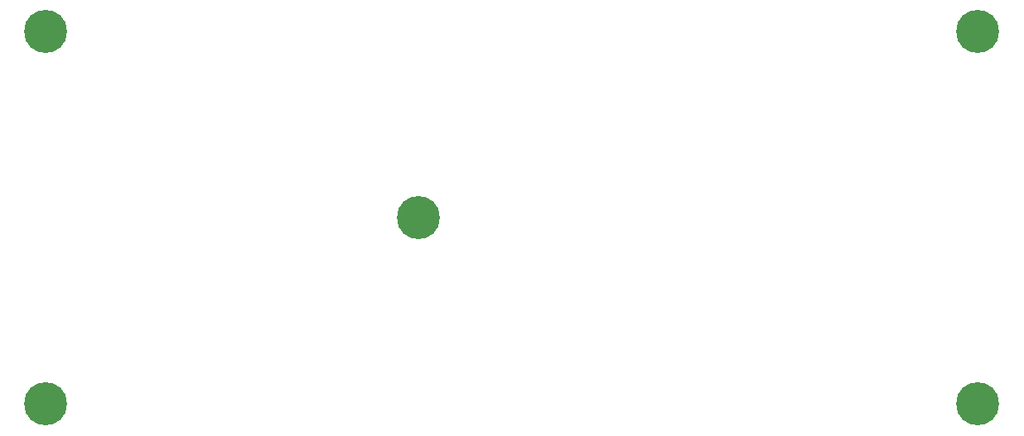
<source format=gtl>
%TF.GenerationSoftware,KiCad,Pcbnew,5.1.2*%
%TF.CreationDate,2019-08-01T18:24:28+02:00*%
%TF.ProjectId,plate,706c6174-652e-46b6-9963-61645f706362,rev?*%
%TF.SameCoordinates,Original*%
%TF.FileFunction,Copper,L1,Top*%
%TF.FilePolarity,Positive*%
%FSLAX46Y46*%
G04 Gerber Fmt 4.6, Leading zero omitted, Abs format (unit mm)*
G04 Created by KiCad (PCBNEW 5.1.2) date 2019-08-01 18:24:28*
%MOMM*%
%LPD*%
G04 APERTURE LIST*
%ADD10C,4.400000*%
%ADD11C,0.350000*%
G04 APERTURE END LIST*
D10*
X200250000Y-80870000D03*
X200250000Y-118970000D03*
X143100000Y-99920000D03*
X105000000Y-118970000D03*
X105000000Y-80870000D03*
D11*
X200250000Y-80870000D03*
X200250000Y-118970000D03*
X143100000Y-99920000D03*
X105000000Y-118970000D03*
X105000000Y-80870000D03*
M02*

</source>
